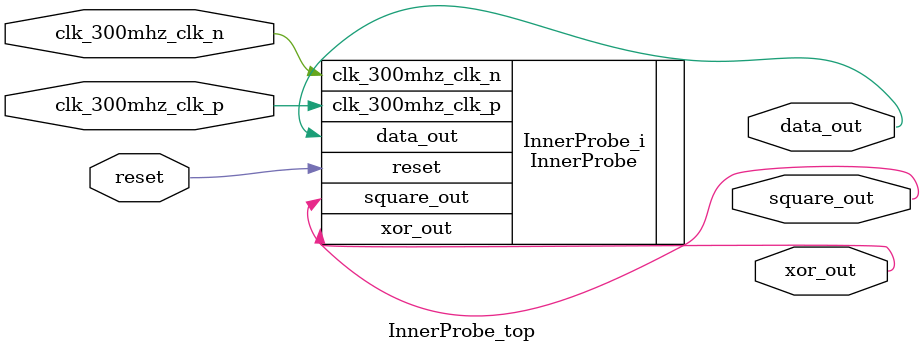
<source format=v>
`timescale 1ns / 1ps


module InnerProbe_top(
    clk_300mhz_clk_n,
    clk_300mhz_clk_p,
    data_out,
    reset,
    square_out,
    xor_out);
  input clk_300mhz_clk_n;
  input clk_300mhz_clk_p;
  output data_out;
  input reset;
  output square_out;
  output xor_out;

  wire clk_300mhz_clk_n;
  wire clk_300mhz_clk_p;
  wire data_out;
  wire reset;
  wire square_out;
  wire xor_out;

  InnerProbe InnerProbe_i
       (.clk_300mhz_clk_n(clk_300mhz_clk_n),
        .clk_300mhz_clk_p(clk_300mhz_clk_p),
        .data_out(data_out),
        .reset(reset),
        .square_out(square_out),
        .xor_out(xor_out));
endmodule

</source>
